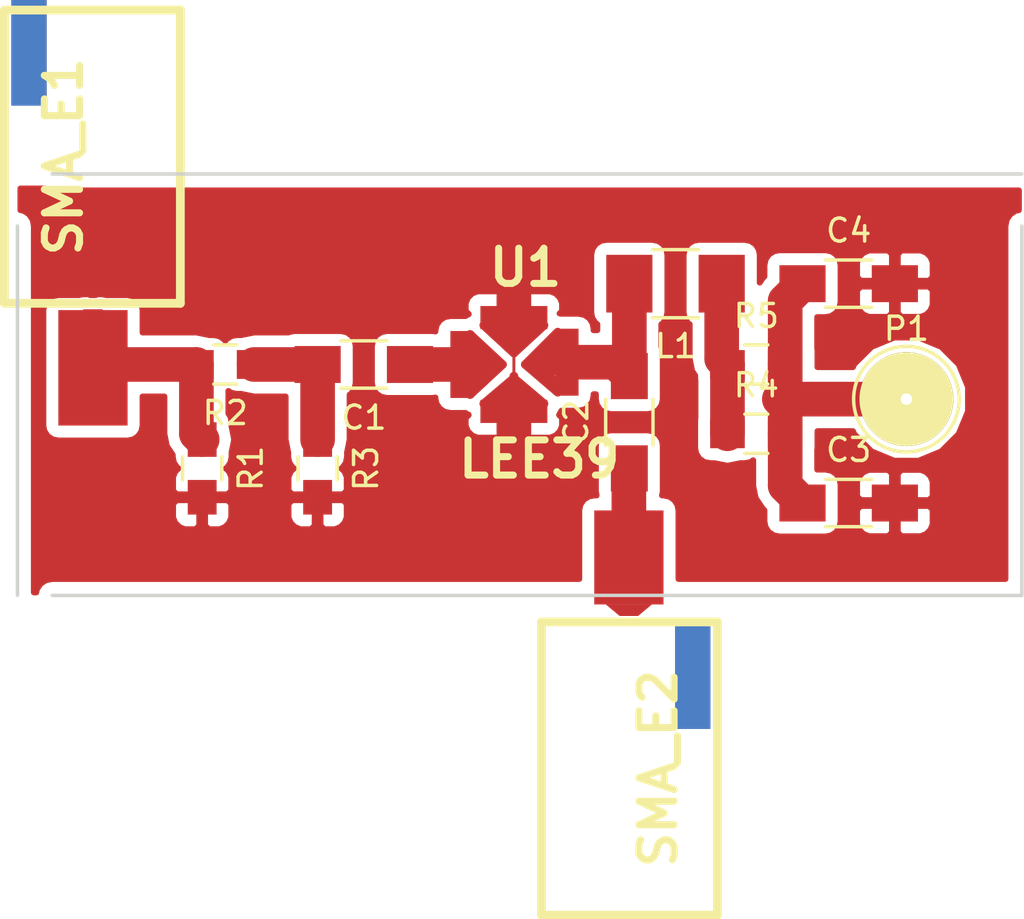
<source format=kicad_pcb>
(kicad_pcb (version 4) (host pcbnew 4.0.0-rc1-stable)

  (general
    (links 25)
    (no_connects 4)
    (area 28.544099 36.014 123.108334 151.240501)
    (thickness 1.6)
    (drawings 8)
    (tracks 30)
    (zones 0)
    (modules 14)
    (nets 9)
  )

  (page A4)
  (layers
    (0 F.Cu signal)
    (31 B.Cu signal)
    (32 B.Adhes user)
    (33 F.Adhes user)
    (34 B.Paste user)
    (35 F.Paste user)
    (36 B.SilkS user)
    (37 F.SilkS user)
    (38 B.Mask user)
    (39 F.Mask user)
    (40 Dwgs.User user)
    (41 Cmts.User user)
    (42 Eco1.User user)
    (43 Eco2.User user)
    (44 Edge.Cuts user)
    (45 Margin user)
    (46 B.CrtYd user)
    (47 F.CrtYd user)
    (48 B.Fab user)
    (49 F.Fab user)
  )

  (setup
    (last_trace_width 0.25)
    (user_trace_width 0.5)
    (user_trace_width 1)
    (user_trace_width 1.5)
    (user_trace_width 2)
    (user_trace_width 2.5)
    (trace_clearance 0.2)
    (zone_clearance 0.508)
    (zone_45_only no)
    (trace_min 0.2)
    (segment_width 0.2)
    (edge_width 0.15)
    (via_size 0.6)
    (via_drill 0.4)
    (via_min_size 0.4)
    (via_min_drill 0.3)
    (uvia_size 0.3)
    (uvia_drill 0.1)
    (uvias_allowed no)
    (uvia_min_size 0.2)
    (uvia_min_drill 0.1)
    (pcb_text_width 0.3)
    (pcb_text_size 1.5 1.5)
    (mod_edge_width 0.15)
    (mod_text_size 1 1)
    (mod_text_width 0.15)
    (pad_size 4.07162 3)
    (pad_drill 0)
    (pad_to_mask_clearance 0.2)
    (aux_axis_origin 0 0)
    (visible_elements 7FFFFFFF)
    (pcbplotparams
      (layerselection 0x00030_80000001)
      (usegerberextensions false)
      (excludeedgelayer true)
      (linewidth 0.100000)
      (plotframeref false)
      (viasonmask false)
      (mode 1)
      (useauxorigin false)
      (hpglpennumber 1)
      (hpglpenspeed 20)
      (hpglpendiameter 15)
      (hpglpenoverlay 2)
      (psnegative false)
      (psa4output false)
      (plotreference true)
      (plotvalue true)
      (plotinvisibletext false)
      (padsonsilk false)
      (subtractmaskfromsilk false)
      (outputformat 1)
      (mirror false)
      (drillshape 1)
      (scaleselection 1)
      (outputdirectory ""))
  )

  (net 0 "")
  (net 1 "Net-(C1-Pad1)")
  (net 2 "Net-(C1-Pad2)")
  (net 3 "Net-(C2-Pad1)")
  (net 4 "Net-(C2-Pad2)")
  (net 5 "Net-(L1-Pad1)")
  (net 6 "Net-(R1-Pad1)")
  (net 7 GND)
  (net 8 +12V)

  (net_class Default "Ceci est la Netclass par défaut"
    (clearance 0.2)
    (trace_width 0.25)
    (via_dia 0.6)
    (via_drill 0.4)
    (uvia_dia 0.3)
    (uvia_drill 0.1)
    (add_net +12V)
    (add_net GND)
    (add_net "Net-(C1-Pad1)")
    (add_net "Net-(C1-Pad2)")
    (add_net "Net-(C2-Pad1)")
    (add_net "Net-(C2-Pad2)")
    (add_net "Net-(L1-Pad1)")
    (add_net "Net-(R1-Pad1)")
  )

  (module "MMIC Amp:SMA_EDGE" (layer F.Cu) (tedit 56D81217) (tstamp 56D80876)
    (at 162.25 114.5 270)
    (path /56D7F10F)
    (fp_text reference SMA_E2 (at 0 0 270) (layer F.SilkS)
      (effects (font (thickness 0.3048)))
    )
    (fp_text value SMA_EDGE (at 0 2.54 270) (layer F.SilkS) hide
      (effects (font (thickness 0.3048)))
    )
    (fp_line (start -6.35 -2.5654) (end -6.35 5.0546) (layer F.SilkS) (width 0.381))
    (fp_line (start -6.35 5.0546) (end 6.35 5.0546) (layer F.SilkS) (width 0.381))
    (fp_line (start 6.35 5.0546) (end 6.35 -2.5654) (layer F.SilkS) (width 0.381))
    (fp_line (start 6.35 -2.5654) (end -6.35 -2.5654) (layer F.SilkS) (width 0.381))
    (pad 1 connect rect (at -4 -1.5 270) (size 4.572 1.524) (layers *.Cu F.Mask)
      (net 7 GND))
    (pad 1 connect trapezoid (at -6.858 1.27 270) (size 0.50038 1.39954) (rect_delta 0.59944 0 ) (layers F.Cu F.Mask)
      (net 7 GND))
    (pad 2 connect rect (at -4 -1.5 270) (size 4.572 1.524) (layers *.Cu F.Mask)
      (net 7 GND))
    (pad 3 connect rect (at -9.144 1.27 270) (size 4.07162 3) (layers F.Cu F.Mask)
      (net 3 "Net-(C2-Pad1)"))
    (model SMA_EDGE.wrl
      (at (xyz -0.205 -0.05 -0.12))
      (scale (xyz 1.3 1.3 1.3))
      (rotate (xyz 270 0 180))
    )
  )

  (module Capacitors_SMD:C_1206_HandSoldering (layer F.Cu) (tedit 541A9C03) (tstamp 56D8080A)
    (at 149.5 97 180)
    (descr "Capacitor SMD 1206, hand soldering")
    (tags "capacitor 1206")
    (path /56D7F728)
    (attr smd)
    (fp_text reference C1 (at 0 -2.3 180) (layer F.SilkS)
      (effects (font (size 1 1) (thickness 0.15)))
    )
    (fp_text value 100n (at 0 2.3 180) (layer F.Fab)
      (effects (font (size 1 1) (thickness 0.15)))
    )
    (fp_line (start -3.3 -1.15) (end 3.3 -1.15) (layer F.CrtYd) (width 0.05))
    (fp_line (start -3.3 1.15) (end 3.3 1.15) (layer F.CrtYd) (width 0.05))
    (fp_line (start -3.3 -1.15) (end -3.3 1.15) (layer F.CrtYd) (width 0.05))
    (fp_line (start 3.3 -1.15) (end 3.3 1.15) (layer F.CrtYd) (width 0.05))
    (fp_line (start 1 -1.025) (end -1 -1.025) (layer F.SilkS) (width 0.15))
    (fp_line (start -1 1.025) (end 1 1.025) (layer F.SilkS) (width 0.15))
    (pad 1 smd rect (at -2 0 180) (size 2 1.6) (layers F.Cu F.Paste F.Mask)
      (net 1 "Net-(C1-Pad1)"))
    (pad 2 smd rect (at 2 0 180) (size 2 1.6) (layers F.Cu F.Paste F.Mask)
      (net 2 "Net-(C1-Pad2)"))
    (model Capacitors_SMD.3dshapes/C_1206_HandSoldering.wrl
      (at (xyz 0 0 0))
      (scale (xyz 1 1 1))
      (rotate (xyz 0 0 0))
    )
  )

  (module Capacitors_SMD:C_1206_HandSoldering (layer F.Cu) (tedit 541A9C03) (tstamp 56D80816)
    (at 161 99.5 90)
    (descr "Capacitor SMD 1206, hand soldering")
    (tags "capacitor 1206")
    (path /56D7FA49)
    (attr smd)
    (fp_text reference C2 (at 0 -2.3 90) (layer F.SilkS)
      (effects (font (size 1 1) (thickness 0.15)))
    )
    (fp_text value 100n (at 0 2.3 90) (layer F.Fab)
      (effects (font (size 1 1) (thickness 0.15)))
    )
    (fp_line (start -3.3 -1.15) (end 3.3 -1.15) (layer F.CrtYd) (width 0.05))
    (fp_line (start -3.3 1.15) (end 3.3 1.15) (layer F.CrtYd) (width 0.05))
    (fp_line (start -3.3 -1.15) (end -3.3 1.15) (layer F.CrtYd) (width 0.05))
    (fp_line (start 3.3 -1.15) (end 3.3 1.15) (layer F.CrtYd) (width 0.05))
    (fp_line (start 1 -1.025) (end -1 -1.025) (layer F.SilkS) (width 0.15))
    (fp_line (start -1 1.025) (end 1 1.025) (layer F.SilkS) (width 0.15))
    (pad 1 smd rect (at -2 0 90) (size 2 1.6) (layers F.Cu F.Paste F.Mask)
      (net 3 "Net-(C2-Pad1)"))
    (pad 2 smd rect (at 2 0 90) (size 2 1.6) (layers F.Cu F.Paste F.Mask)
      (net 4 "Net-(C2-Pad2)"))
    (model Capacitors_SMD.3dshapes/C_1206_HandSoldering.wrl
      (at (xyz 0 0 0))
      (scale (xyz 1 1 1))
      (rotate (xyz 0 0 0))
    )
  )

  (module Capacitors_SMD:C_1210_HandSoldering (layer F.Cu) (tedit 541A9C39) (tstamp 56D80822)
    (at 163 93.5 180)
    (descr "Capacitor SMD 1210, hand soldering")
    (tags "capacitor 1210")
    (path /56D7FEDF)
    (attr smd)
    (fp_text reference L1 (at 0 -2.7 180) (layer F.SilkS)
      (effects (font (size 1 1) (thickness 0.15)))
    )
    (fp_text value INDUCTOR (at 0 2.7 180) (layer F.Fab)
      (effects (font (size 1 1) (thickness 0.15)))
    )
    (fp_line (start -3.3 -1.6) (end 3.3 -1.6) (layer F.CrtYd) (width 0.05))
    (fp_line (start -3.3 1.6) (end 3.3 1.6) (layer F.CrtYd) (width 0.05))
    (fp_line (start -3.3 -1.6) (end -3.3 1.6) (layer F.CrtYd) (width 0.05))
    (fp_line (start 3.3 -1.6) (end 3.3 1.6) (layer F.CrtYd) (width 0.05))
    (fp_line (start 1 -1.475) (end -1 -1.475) (layer F.SilkS) (width 0.15))
    (fp_line (start -1 1.475) (end 1 1.475) (layer F.SilkS) (width 0.15))
    (pad 1 smd rect (at -2 0 180) (size 2 2.5) (layers F.Cu F.Paste F.Mask)
      (net 5 "Net-(L1-Pad1)"))
    (pad 2 smd rect (at 2 0 180) (size 2 2.5) (layers F.Cu F.Paste F.Mask)
      (net 4 "Net-(C2-Pad2)"))
    (model Capacitors_SMD.3dshapes/C_1210_HandSoldering.wrl
      (at (xyz 0 0 0))
      (scale (xyz 1 1 1))
      (rotate (xyz 0 0 0))
    )
  )

  (module Capacitors_SMD:C_0805_HandSoldering (layer F.Cu) (tedit 541A9B8D) (tstamp 56D8082E)
    (at 142.5 101.5 270)
    (descr "Capacitor SMD 0805, hand soldering")
    (tags "capacitor 0805")
    (path /56D7E7EB)
    (attr smd)
    (fp_text reference R1 (at 0 -2.1 270) (layer F.SilkS)
      (effects (font (size 1 1) (thickness 0.15)))
    )
    (fp_text value 294 (at 0 2.1 270) (layer F.Fab)
      (effects (font (size 1 1) (thickness 0.15)))
    )
    (fp_line (start -2.3 -1) (end 2.3 -1) (layer F.CrtYd) (width 0.05))
    (fp_line (start -2.3 1) (end 2.3 1) (layer F.CrtYd) (width 0.05))
    (fp_line (start -2.3 -1) (end -2.3 1) (layer F.CrtYd) (width 0.05))
    (fp_line (start 2.3 -1) (end 2.3 1) (layer F.CrtYd) (width 0.05))
    (fp_line (start 0.5 -0.85) (end -0.5 -0.85) (layer F.SilkS) (width 0.15))
    (fp_line (start -0.5 0.85) (end 0.5 0.85) (layer F.SilkS) (width 0.15))
    (pad 1 smd rect (at -1.25 0 270) (size 1.5 1.25) (layers F.Cu F.Paste F.Mask)
      (net 6 "Net-(R1-Pad1)"))
    (pad 2 smd rect (at 1.25 0 270) (size 1.5 1.25) (layers F.Cu F.Paste F.Mask)
      (net 7 GND))
    (model Capacitors_SMD.3dshapes/C_0805_HandSoldering.wrl
      (at (xyz 0 0 0))
      (scale (xyz 1 1 1))
      (rotate (xyz 0 0 0))
    )
  )

  (module Capacitors_SMD:C_0805_HandSoldering (layer F.Cu) (tedit 541A9B8D) (tstamp 56D8083A)
    (at 143.5 97 180)
    (descr "Capacitor SMD 0805, hand soldering")
    (tags "capacitor 0805")
    (path /56D7E865)
    (attr smd)
    (fp_text reference R2 (at 0 -2.1 180) (layer F.SilkS)
      (effects (font (size 1 1) (thickness 0.15)))
    )
    (fp_text value 17,8 (at 0 2.1 180) (layer F.Fab)
      (effects (font (size 1 1) (thickness 0.15)))
    )
    (fp_line (start -2.3 -1) (end 2.3 -1) (layer F.CrtYd) (width 0.05))
    (fp_line (start -2.3 1) (end 2.3 1) (layer F.CrtYd) (width 0.05))
    (fp_line (start -2.3 -1) (end -2.3 1) (layer F.CrtYd) (width 0.05))
    (fp_line (start 2.3 -1) (end 2.3 1) (layer F.CrtYd) (width 0.05))
    (fp_line (start 0.5 -0.85) (end -0.5 -0.85) (layer F.SilkS) (width 0.15))
    (fp_line (start -0.5 0.85) (end 0.5 0.85) (layer F.SilkS) (width 0.15))
    (pad 1 smd rect (at -1.25 0 180) (size 1.5 1.25) (layers F.Cu F.Paste F.Mask)
      (net 2 "Net-(C1-Pad2)"))
    (pad 2 smd rect (at 1.25 0 180) (size 1.5 1.25) (layers F.Cu F.Paste F.Mask)
      (net 6 "Net-(R1-Pad1)"))
    (model Capacitors_SMD.3dshapes/C_0805_HandSoldering.wrl
      (at (xyz 0 0 0))
      (scale (xyz 1 1 1))
      (rotate (xyz 0 0 0))
    )
  )

  (module Capacitors_SMD:C_0805_HandSoldering (layer F.Cu) (tedit 541A9B8D) (tstamp 56D80846)
    (at 147.5 101.5 270)
    (descr "Capacitor SMD 0805, hand soldering")
    (tags "capacitor 0805")
    (path /56D7E896)
    (attr smd)
    (fp_text reference R3 (at 0 -2.1 270) (layer F.SilkS)
      (effects (font (size 1 1) (thickness 0.15)))
    )
    (fp_text value 294 (at 0 2.1 270) (layer F.Fab)
      (effects (font (size 1 1) (thickness 0.15)))
    )
    (fp_line (start -2.3 -1) (end 2.3 -1) (layer F.CrtYd) (width 0.05))
    (fp_line (start -2.3 1) (end 2.3 1) (layer F.CrtYd) (width 0.05))
    (fp_line (start -2.3 -1) (end -2.3 1) (layer F.CrtYd) (width 0.05))
    (fp_line (start 2.3 -1) (end 2.3 1) (layer F.CrtYd) (width 0.05))
    (fp_line (start 0.5 -0.85) (end -0.5 -0.85) (layer F.SilkS) (width 0.15))
    (fp_line (start -0.5 0.85) (end 0.5 0.85) (layer F.SilkS) (width 0.15))
    (pad 1 smd rect (at -1.25 0 270) (size 1.5 1.25) (layers F.Cu F.Paste F.Mask)
      (net 2 "Net-(C1-Pad2)"))
    (pad 2 smd rect (at 1.25 0 270) (size 1.5 1.25) (layers F.Cu F.Paste F.Mask)
      (net 7 GND))
    (model Capacitors_SMD.3dshapes/C_0805_HandSoldering.wrl
      (at (xyz 0 0 0))
      (scale (xyz 1 1 1))
      (rotate (xyz 0 0 0))
    )
  )

  (module Capacitors_SMD:C_0805_HandSoldering (layer F.Cu) (tedit 541A9B8D) (tstamp 56D80852)
    (at 166.5 100)
    (descr "Capacitor SMD 0805, hand soldering")
    (tags "capacitor 0805")
    (path /56D80283)
    (attr smd)
    (fp_text reference R4 (at 0 -2.1) (layer F.SilkS)
      (effects (font (size 1 1) (thickness 0.15)))
    )
    (fp_text value 150 (at 0 2.1) (layer F.Fab)
      (effects (font (size 1 1) (thickness 0.15)))
    )
    (fp_line (start -2.3 -1) (end 2.3 -1) (layer F.CrtYd) (width 0.05))
    (fp_line (start -2.3 1) (end 2.3 1) (layer F.CrtYd) (width 0.05))
    (fp_line (start -2.3 -1) (end -2.3 1) (layer F.CrtYd) (width 0.05))
    (fp_line (start 2.3 -1) (end 2.3 1) (layer F.CrtYd) (width 0.05))
    (fp_line (start 0.5 -0.85) (end -0.5 -0.85) (layer F.SilkS) (width 0.15))
    (fp_line (start -0.5 0.85) (end 0.5 0.85) (layer F.SilkS) (width 0.15))
    (pad 1 smd rect (at -1.25 0) (size 1.5 1.25) (layers F.Cu F.Paste F.Mask)
      (net 5 "Net-(L1-Pad1)"))
    (pad 2 smd rect (at 1.25 0) (size 1.5 1.25) (layers F.Cu F.Paste F.Mask)
      (net 8 +12V))
    (model Capacitors_SMD.3dshapes/C_0805_HandSoldering.wrl
      (at (xyz 0 0 0))
      (scale (xyz 1 1 1))
      (rotate (xyz 0 0 0))
    )
  )

  (module Capacitors_SMD:C_0805_HandSoldering (layer F.Cu) (tedit 541A9B8D) (tstamp 56D8085E)
    (at 166.5 97)
    (descr "Capacitor SMD 0805, hand soldering")
    (tags "capacitor 0805")
    (path /56D80242)
    (attr smd)
    (fp_text reference R5 (at 0 -2.1) (layer F.SilkS)
      (effects (font (size 1 1) (thickness 0.15)))
    )
    (fp_text value 150 (at 0 2.1) (layer F.Fab)
      (effects (font (size 1 1) (thickness 0.15)))
    )
    (fp_line (start -2.3 -1) (end 2.3 -1) (layer F.CrtYd) (width 0.05))
    (fp_line (start -2.3 1) (end 2.3 1) (layer F.CrtYd) (width 0.05))
    (fp_line (start -2.3 -1) (end -2.3 1) (layer F.CrtYd) (width 0.05))
    (fp_line (start 2.3 -1) (end 2.3 1) (layer F.CrtYd) (width 0.05))
    (fp_line (start 0.5 -0.85) (end -0.5 -0.85) (layer F.SilkS) (width 0.15))
    (fp_line (start -0.5 0.85) (end 0.5 0.85) (layer F.SilkS) (width 0.15))
    (pad 1 smd rect (at -1.25 0) (size 1.5 1.25) (layers F.Cu F.Paste F.Mask)
      (net 5 "Net-(L1-Pad1)"))
    (pad 2 smd rect (at 1.25 0) (size 1.5 1.25) (layers F.Cu F.Paste F.Mask)
      (net 8 +12V))
    (model Capacitors_SMD.3dshapes/C_0805_HandSoldering.wrl
      (at (xyz 0 0 0))
      (scale (xyz 1 1 1))
      (rotate (xyz 0 0 0))
    )
  )

  (module "MMIC Amp:SMA_EDGE" (layer F.Cu) (tedit 56D8115A) (tstamp 56D8086A)
    (at 136.5 88 90)
    (path /56D7F35A)
    (fp_text reference SMA_E1 (at 0 0 90) (layer F.SilkS)
      (effects (font (thickness 0.3048)))
    )
    (fp_text value SMA_EDGE (at 0 2.54 90) (layer F.SilkS) hide
      (effects (font (thickness 0.3048)))
    )
    (fp_line (start -6.35 -2.5654) (end -6.35 5.0546) (layer F.SilkS) (width 0.381))
    (fp_line (start -6.35 5.0546) (end 6.35 5.0546) (layer F.SilkS) (width 0.381))
    (fp_line (start 6.35 5.0546) (end 6.35 -2.5654) (layer F.SilkS) (width 0.381))
    (fp_line (start 6.35 -2.5654) (end -6.35 -2.5654) (layer F.SilkS) (width 0.381))
    (pad 1 connect rect (at 4.5 -1.5 90) (size 4.572 1.524) (layers *.Cu F.Mask)
      (net 7 GND))
    (pad 1 connect trapezoid (at -6.858 1.27 90) (size 0.50038 1.39954) (rect_delta 0.59944 0 ) (layers F.Cu F.Mask)
      (net 7 GND))
    (pad 2 connect rect (at 4.5 -1.5 90) (size 4.572 1.524) (layers *.Cu F.Mask)
      (net 7 GND))
    (pad 3 connect rect (at -9.144 1.27 90) (size 5 3) (layers F.Cu F.Mask)
      (net 6 "Net-(R1-Pad1)"))
    (model SMA_EDGE.wrl
      (at (xyz -0.205 -0.05 -0.12))
      (scale (xyz 1.3 1.3 1.3))
      (rotate (xyz 270 0 180))
    )
  )

  (module "MMIC Amp:MMIC" (layer F.Cu) (tedit 504CAC95) (tstamp 56D8089A)
    (at 156 97)
    (path /56D7EBA1)
    (fp_text reference U1 (at 0.50038 -4.20116) (layer F.SilkS)
      (effects (font (thickness 0.3048)))
    )
    (fp_text value LEE39 (at 1.09982 4.09956) (layer F.SilkS)
      (effects (font (thickness 0.3048)))
    )
    (fp_line (start -0.89916 -1.6002) (end 0 -0.70104) (layer F.Cu) (width 0.127))
    (fp_line (start 0 -0.70104) (end 0.70104 -1.39954) (layer F.Cu) (width 0.127))
    (fp_line (start 0 -0.50038) (end 1.30048 -1.69926) (layer F.Cu) (width 0.381))
    (fp_line (start 0 -0.50038) (end -1.30048 -1.69926) (layer F.Cu) (width 0.381))
    (fp_line (start -1.19888 -0.50038) (end -1.19888 0.50038) (layer F.Cu) (width 0.508))
    (fp_line (start -1.6002 -1.00076) (end -1.6002 0.89916) (layer F.Cu) (width 0.381))
    (fp_line (start -0.89916 1.50114) (end 0.8001 1.50114) (layer F.Cu) (width 0.381))
    (fp_line (start 0 0.59944) (end 1.30048 1.69926) (layer F.Cu) (width 0.381))
    (fp_line (start 0 0.59944) (end -1.30048 1.69926) (layer F.Cu) (width 0.381))
    (fp_line (start -0.50038 0) (end -1.89992 1.30048) (layer F.Cu) (width 0.381))
    (fp_line (start -0.50038 0) (end -1.89992 -1.30048) (layer F.Cu) (width 0.381))
    (fp_line (start -0.50038 0) (end -2.10058 0) (layer F.Cu) (width 0.381))
    (fp_line (start 1.6002 0.59944) (end 1.6002 -0.59944) (layer F.Cu) (width 0.381))
    (fp_line (start 0.50038 0) (end 1.89992 1.19888) (layer F.Cu) (width 0.381))
    (fp_line (start 0.50038 0) (end 1.89992 -1.39954) (layer F.Cu) (width 0.381))
    (fp_line (start 0 -0.50038) (end 0 0.50038) (layer F.Cu) (width 0.127))
    (fp_line (start -1.016 -1.524) (end 1.016 -1.524) (layer F.Cu) (width 0.381))
    (fp_line (start 0 -1.016) (end -1.016 -2.032) (layer F.Cu) (width 0.381))
    (fp_line (start 0 -1.016) (end 1.016 -2.032) (layer F.Cu) (width 0.381))
    (fp_line (start 0 -0.508) (end 0 -2.032) (layer F.Cu) (width 0.381))
    (fp_line (start 0 1.016) (end -1.016 2.032) (layer F.Cu) (width 0.381))
    (fp_line (start 0 1.016) (end 1.016 2.032) (layer F.Cu) (width 0.381))
    (fp_line (start 0 0.508) (end 0 2.032) (layer F.Cu) (width 0.381))
    (fp_line (start 1.016 0) (end 0.508 0) (layer F.Cu) (width 0.381))
    (fp_line (start -2.032 1.016) (end -2.032 -1.016) (layer F.Cu) (width 0.381))
    (fp_line (start 1.016 0) (end 2.032 1.016) (layer F.Cu) (width 0.381))
    (fp_line (start 1.016 0) (end 2.032 -1.016) (layer F.Cu) (width 0.381))
    (fp_line (start 1.016 0) (end 2.032 0) (layer F.Cu) (width 0.381))
    (pad 1 smd rect (at -2.25044 0) (size 1.00076 2.90068) (layers F.Cu F.Paste F.Mask)
      (net 1 "Net-(C1-Pad1)"))
    (pad 3 smd rect (at 2.30124 -0.09906) (size 1.00076 2.90068) (layers F.Cu F.Paste F.Mask)
      (net 4 "Net-(C2-Pad2)"))
    (pad 4 smd rect (at 0 -2.032) (size 2.90068 1.00076) (layers F.Cu F.Paste F.Mask)
      (net 7 GND))
    (pad 2 smd rect (at 0 2.032) (size 2.90068 1.00076) (layers F.Cu F.Paste F.Mask)
      (net 7 GND))
  )

  (module Capacitors_SMD:C_1206_HandSoldering (layer F.Cu) (tedit 541A9C03) (tstamp 56D81294)
    (at 170.5 103)
    (descr "Capacitor SMD 1206, hand soldering")
    (tags "capacitor 1206")
    (path /56D806AE)
    (attr smd)
    (fp_text reference C3 (at 0 -2.3) (layer F.SilkS)
      (effects (font (size 1 1) (thickness 0.15)))
    )
    (fp_text value 100n (at 0 2.3) (layer F.Fab)
      (effects (font (size 1 1) (thickness 0.15)))
    )
    (fp_line (start -3.3 -1.15) (end 3.3 -1.15) (layer F.CrtYd) (width 0.05))
    (fp_line (start -3.3 1.15) (end 3.3 1.15) (layer F.CrtYd) (width 0.05))
    (fp_line (start -3.3 -1.15) (end -3.3 1.15) (layer F.CrtYd) (width 0.05))
    (fp_line (start 3.3 -1.15) (end 3.3 1.15) (layer F.CrtYd) (width 0.05))
    (fp_line (start 1 -1.025) (end -1 -1.025) (layer F.SilkS) (width 0.15))
    (fp_line (start -1 1.025) (end 1 1.025) (layer F.SilkS) (width 0.15))
    (pad 1 smd rect (at -2 0) (size 2 1.6) (layers F.Cu F.Paste F.Mask)
      (net 8 +12V))
    (pad 2 smd rect (at 2 0) (size 2 1.6) (layers F.Cu F.Paste F.Mask)
      (net 7 GND))
    (model Capacitors_SMD.3dshapes/C_1206_HandSoldering.wrl
      (at (xyz 0 0 0))
      (scale (xyz 1 1 1))
      (rotate (xyz 0 0 0))
    )
  )

  (module Capacitors_SMD:C_1206_HandSoldering (layer F.Cu) (tedit 541A9C03) (tstamp 56D812A0)
    (at 170.5 93.5)
    (descr "Capacitor SMD 1206, hand soldering")
    (tags "capacitor 1206")
    (path /56D806E3)
    (attr smd)
    (fp_text reference C4 (at 0 -2.3) (layer F.SilkS)
      (effects (font (size 1 1) (thickness 0.15)))
    )
    (fp_text value 1n (at 0 2.3) (layer F.Fab)
      (effects (font (size 1 1) (thickness 0.15)))
    )
    (fp_line (start -3.3 -1.15) (end 3.3 -1.15) (layer F.CrtYd) (width 0.05))
    (fp_line (start -3.3 1.15) (end 3.3 1.15) (layer F.CrtYd) (width 0.05))
    (fp_line (start -3.3 -1.15) (end -3.3 1.15) (layer F.CrtYd) (width 0.05))
    (fp_line (start 3.3 -1.15) (end 3.3 1.15) (layer F.CrtYd) (width 0.05))
    (fp_line (start 1 -1.025) (end -1 -1.025) (layer F.SilkS) (width 0.15))
    (fp_line (start -1 1.025) (end 1 1.025) (layer F.SilkS) (width 0.15))
    (pad 1 smd rect (at -2 0) (size 2 1.6) (layers F.Cu F.Paste F.Mask)
      (net 8 +12V))
    (pad 2 smd rect (at 2 0) (size 2 1.6) (layers F.Cu F.Paste F.Mask)
      (net 7 GND))
    (model Capacitors_SMD.3dshapes/C_1206_HandSoldering.wrl
      (at (xyz 0 0 0))
      (scale (xyz 1 1 1))
      (rotate (xyz 0 0 0))
    )
  )

  (module Connect:1pin (layer F.Cu) (tedit 56D809E8) (tstamp 56D81D9A)
    (at 173 98.5)
    (descr "module 1 pin (ou trou mecanique de percage)")
    (tags DEV)
    (path /56D809F1)
    (fp_text reference P1 (at 0 -3.048) (layer F.SilkS)
      (effects (font (size 1 1) (thickness 0.15)))
    )
    (fp_text value CONN_01X01 (at 0 2.794) (layer F.Fab)
      (effects (font (size 1 1) (thickness 0.15)))
    )
    (fp_circle (center 0 0) (end 0 -2.286) (layer F.SilkS) (width 0.15))
    (pad 1 thru_hole circle (at 0 0) (size 4.064 4.064) (drill 0.5) (layers *.Cu *.Mask F.SilkS)
      (net 8 +12V))
  )

  (gr_line (start 134.5 88.75) (end 136 88.75) (angle 90) (layer F.Fab) (width 0.2))
  (gr_line (start 134.5 91.25) (end 134.5 88.75) (angle 90) (layer F.Fab) (width 0.2))
  (gr_line (start 136 107) (end 134.5 107) (angle 90) (layer F.Fab) (width 0.2))
  (gr_line (start 178 91) (end 178 88.75) (angle 90) (layer F.Fab) (width 0.2))
  (gr_line (start 178 107) (end 136 107) (angle 90) (layer Edge.Cuts) (width 0.15))
  (gr_line (start 178 91) (end 178 107) (angle 90) (layer Edge.Cuts) (width 0.15))
  (gr_line (start 136 88.75) (end 178 88.75) (angle 90) (layer Edge.Cuts) (width 0.15))
  (gr_line (start 134.5 107) (end 134.5 91) (angle 90) (layer Edge.Cuts) (width 0.15))

  (segment (start 151.5 97) (end 153.74956 97) (width 1.5) (layer F.Cu) (net 1))
  (segment (start 147.5 97) (end 147.5 100.25) (width 1.5) (layer F.Cu) (net 2))
  (segment (start 147.5 97) (end 144.75 97) (width 1.5) (layer F.Cu) (net 2))
  (segment (start 160.98 105.356) (end 160.98 101.52) (width 1.5) (layer F.Cu) (net 3))
  (segment (start 160.98 101.52) (end 161 101.5) (width 1.5) (layer F.Cu) (net 3) (tstamp 56D81F2A))
  (segment (start 161 105.586) (end 160.73 105.856) (width 1.5) (layer F.Cu) (net 3) (tstamp 56D81E70))
  (segment (start 161 97.5) (end 161 93.5) (width 1.5) (layer F.Cu) (net 4))
  (segment (start 158.30124 96.90094) (end 160.40094 96.90094) (width 1.5) (layer F.Cu) (net 4))
  (segment (start 160.40094 96.90094) (end 161 97.5) (width 1.5) (layer F.Cu) (net 4) (tstamp 56D81E6B))
  (segment (start 165.25 97) (end 165.25 100) (width 1.5) (layer F.Cu) (net 5))
  (segment (start 165 93.5) (end 165 96.75) (width 1.5) (layer F.Cu) (net 5))
  (segment (start 165 96.75) (end 165.25 97) (width 1.5) (layer F.Cu) (net 5) (tstamp 56D81E73))
  (segment (start 142.25 97) (end 137.914 97) (width 1.5) (layer F.Cu) (net 6))
  (segment (start 137.914 97) (end 137.77 97.144) (width 1.5) (layer F.Cu) (net 6) (tstamp 56D81F66))
  (segment (start 137.914 97) (end 137.77 97.144) (width 1.5) (layer F.Cu) (net 6) (tstamp 56D81EF2))
  (segment (start 142.25 97) (end 142.25 100) (width 1.5) (layer F.Cu) (net 6))
  (segment (start 142.25 100) (end 142.5 100.25) (width 1.5) (layer F.Cu) (net 6) (tstamp 56D81ECC))
  (segment (start 156 99.032) (end 156 102.25) (width 1.5) (layer F.Cu) (net 7))
  (segment (start 156 102.25) (end 154.75 103.5) (width 1.5) (layer F.Cu) (net 7) (tstamp 56D81F70))
  (segment (start 156 94.968) (end 156 92.75) (width 1.5) (layer F.Cu) (net 7))
  (segment (start 156 92.75) (end 154.75 91.5) (width 1.5) (layer F.Cu) (net 7) (tstamp 56D81F6A))
  (segment (start 173 98.5) (end 167.75 98.5) (width 1.5) (layer F.Cu) (net 8))
  (segment (start 167.75 98.5) (end 167.5 98.5) (width 1.5) (layer F.Cu) (net 8) (tstamp 56D81E8A))
  (segment (start 167.5 98.5) (end 167.75 98.5) (width 1.5) (layer F.Cu) (net 8) (tstamp 56D81E8C))
  (segment (start 167.75 100) (end 167.75 98.5) (width 1.5) (layer F.Cu) (net 8))
  (segment (start 167.75 98.5) (end 167.75 97) (width 1.5) (layer F.Cu) (net 8) (tstamp 56D81E8D))
  (segment (start 167.75 100) (end 167.75 102.25) (width 1.5) (layer F.Cu) (net 8))
  (segment (start 167.75 102.25) (end 168.5 103) (width 1.5) (layer F.Cu) (net 8) (tstamp 56D81E7C))
  (segment (start 167.75 97) (end 167.75 94.25) (width 1.5) (layer F.Cu) (net 8))
  (segment (start 167.75 94.25) (end 168.5 93.5) (width 1.5) (layer F.Cu) (net 8) (tstamp 56D81E79))

  (zone (net 7) (net_name GND) (layer F.Cu) (tstamp 56D81E57) (hatch edge 0.508)
    (connect_pads (clearance 0.508))
    (min_thickness 0.254)
    (fill yes (arc_segments 16) (thermal_gap 0.508) (thermal_bridge_width 0.508))
    (polygon
      (pts
        (xy 178 107) (xy 134.5 107) (xy 134.5 89.25) (xy 178 89.25) (xy 178 107)
      )
    )
    (filled_polygon
      (pts
        (xy 135.728295 89.405954) (xy 136 89.46) (xy 177.873 89.46) (xy 177.873 90.315262) (xy 177.728295 90.344046)
        (xy 177.497954 90.497954) (xy 177.344046 90.728295) (xy 177.29 91) (xy 177.29 106.29) (xy 163.12744 106.29)
        (xy 163.12744 103.32019) (xy 163.083162 103.084873) (xy 162.94409 102.868749) (xy 162.73189 102.723759) (xy 162.48 102.67275)
        (xy 162.412457 102.67275) (xy 162.44744 102.5) (xy 162.44744 100.5) (xy 162.403162 100.264683) (xy 162.26409 100.048559)
        (xy 162.05189 99.903569) (xy 161.8 99.85256) (xy 160.2 99.85256) (xy 159.964683 99.896838) (xy 159.748559 100.03591)
        (xy 159.603569 100.24811) (xy 159.55256 100.5) (xy 159.55256 102.5) (xy 159.585065 102.67275) (xy 159.48 102.67275)
        (xy 159.244683 102.717028) (xy 159.028559 102.8561) (xy 158.883569 103.0683) (xy 158.83256 103.32019) (xy 158.83256 106.29)
        (xy 136 106.29) (xy 135.728295 106.344046) (xy 135.497954 106.497954) (xy 135.344046 106.728295) (xy 135.315262 106.873)
        (xy 135.21 106.873) (xy 135.21 103.03575) (xy 141.24 103.03575) (xy 141.24 103.626309) (xy 141.336673 103.859698)
        (xy 141.515301 104.038327) (xy 141.74869 104.135) (xy 142.21425 104.135) (xy 142.373 103.97625) (xy 142.373 102.877)
        (xy 142.627 102.877) (xy 142.627 103.97625) (xy 142.78575 104.135) (xy 143.25131 104.135) (xy 143.484699 104.038327)
        (xy 143.663327 103.859698) (xy 143.76 103.626309) (xy 143.76 103.03575) (xy 146.24 103.03575) (xy 146.24 103.626309)
        (xy 146.336673 103.859698) (xy 146.515301 104.038327) (xy 146.74869 104.135) (xy 147.21425 104.135) (xy 147.373 103.97625)
        (xy 147.373 102.877) (xy 147.627 102.877) (xy 147.627 103.97625) (xy 147.78575 104.135) (xy 148.25131 104.135)
        (xy 148.484699 104.038327) (xy 148.663327 103.859698) (xy 148.76 103.626309) (xy 148.76 103.03575) (xy 148.60125 102.877)
        (xy 147.627 102.877) (xy 147.373 102.877) (xy 146.39875 102.877) (xy 146.24 103.03575) (xy 143.76 103.03575)
        (xy 143.60125 102.877) (xy 142.627 102.877) (xy 142.373 102.877) (xy 141.39875 102.877) (xy 141.24 103.03575)
        (xy 135.21 103.03575) (xy 135.21 94.644) (xy 135.62256 94.644) (xy 135.62256 99.644) (xy 135.666838 99.879317)
        (xy 135.80591 100.095441) (xy 136.01811 100.240431) (xy 136.27 100.29144) (xy 139.27 100.29144) (xy 139.505317 100.247162)
        (xy 139.721441 100.10809) (xy 139.866431 99.89589) (xy 139.91744 99.644) (xy 139.91744 98.385) (xy 140.865 98.385)
        (xy 140.865 100) (xy 140.970427 100.530017) (xy 141.2022 100.87689) (xy 141.22756 100.914844) (xy 141.22756 101)
        (xy 141.271838 101.235317) (xy 141.41091 101.451441) (xy 141.479006 101.497969) (xy 141.336673 101.640302) (xy 141.24 101.873691)
        (xy 141.24 102.46425) (xy 141.39875 102.623) (xy 142.373 102.623) (xy 142.373 102.603) (xy 142.627 102.603)
        (xy 142.627 102.623) (xy 143.60125 102.623) (xy 143.76 102.46425) (xy 143.76 101.873691) (xy 143.663327 101.640302)
        (xy 143.52209 101.499064) (xy 143.576441 101.46409) (xy 143.721431 101.25189) (xy 143.77244 101) (xy 143.77244 100.790691)
        (xy 143.779573 100.780016) (xy 143.885 100.25) (xy 143.779573 99.719984) (xy 143.77244 99.709309) (xy 143.77244 99.5)
        (xy 143.728162 99.264683) (xy 143.635 99.119905) (xy 143.635 98.144146) (xy 143.74811 98.221431) (xy 144 98.27244)
        (xy 144.209308 98.27244) (xy 144.219983 98.279573) (xy 144.75 98.385) (xy 146.115 98.385) (xy 146.115 100.25)
        (xy 146.220427 100.780017) (xy 146.22756 100.790692) (xy 146.22756 101) (xy 146.271838 101.235317) (xy 146.41091 101.451441)
        (xy 146.479006 101.497969) (xy 146.336673 101.640302) (xy 146.24 101.873691) (xy 146.24 102.46425) (xy 146.39875 102.623)
        (xy 147.373 102.623) (xy 147.373 102.603) (xy 147.627 102.603) (xy 147.627 102.623) (xy 148.60125 102.623)
        (xy 148.76 102.46425) (xy 148.76 101.873691) (xy 148.663327 101.640302) (xy 148.52209 101.499064) (xy 148.576441 101.46409)
        (xy 148.721431 101.25189) (xy 148.77244 101) (xy 148.77244 100.790692) (xy 148.779573 100.780017) (xy 148.885 100.25)
        (xy 148.885 98.306844) (xy 148.951441 98.26409) (xy 149.096431 98.05189) (xy 149.14744 97.8) (xy 149.14744 96.2)
        (xy 149.85256 96.2) (xy 149.85256 97.8) (xy 149.896838 98.035317) (xy 150.03591 98.251441) (xy 150.24811 98.396431)
        (xy 150.5 98.44744) (xy 152.5 98.44744) (xy 152.60174 98.428296) (xy 152.60174 98.45034) (xy 152.646018 98.685657)
        (xy 152.78509 98.901781) (xy 152.99729 99.046771) (xy 153.24918 99.09778) (xy 153.91466 99.09778) (xy 153.91466 99.159002)
        (xy 154.028612 99.159002) (xy 154.044575 99.187835) (xy 153.91466 99.31775) (xy 153.91466 99.65869) (xy 154.011333 99.892079)
        (xy 154.189962 100.070707) (xy 154.423351 100.16738) (xy 155.71425 100.16738) (xy 155.873 100.00863) (xy 155.873 99.832238)
        (xy 156 99.8575) (xy 156.127 99.832238) (xy 156.127 100.00863) (xy 156.28575 100.16738) (xy 157.576649 100.16738)
        (xy 157.810038 100.070707) (xy 157.988667 99.892079) (xy 158.08534 99.65869) (xy 158.08534 99.31775) (xy 157.955425 99.187835)
        (xy 158.06013 98.99872) (xy 158.80162 98.99872) (xy 159.036937 98.954442) (xy 159.253061 98.81537) (xy 159.398051 98.60317)
        (xy 159.44906 98.35128) (xy 159.44906 98.28594) (xy 159.55256 98.28594) (xy 159.55256 98.5) (xy 159.596838 98.735317)
        (xy 159.73591 98.951441) (xy 159.94811 99.096431) (xy 160.2 99.14744) (xy 161.8 99.14744) (xy 162.035317 99.103162)
        (xy 162.251441 98.96409) (xy 162.396431 98.75189) (xy 162.44744 98.5) (xy 162.44744 96.5) (xy 162.403162 96.264683)
        (xy 162.385 96.236458) (xy 162.385 95.256844) (xy 162.451441 95.21409) (xy 162.596431 95.00189) (xy 162.64744 94.75)
        (xy 162.64744 92.25) (xy 163.35256 92.25) (xy 163.35256 94.75) (xy 163.396838 94.985317) (xy 163.53591 95.201441)
        (xy 163.615 95.255481) (xy 163.615 96.75) (xy 163.720427 97.280017) (xy 163.85256 97.477768) (xy 163.85256 97.625)
        (xy 163.865 97.691113) (xy 163.865 99.313569) (xy 163.85256 99.375) (xy 163.85256 100.625) (xy 163.896838 100.860317)
        (xy 164.03591 101.076441) (xy 164.24811 101.221431) (xy 164.5 101.27244) (xy 164.709308 101.27244) (xy 164.719983 101.279573)
        (xy 165.25 101.385) (xy 165.780017 101.279573) (xy 165.790692 101.27244) (xy 166 101.27244) (xy 166.235317 101.228162)
        (xy 166.365 101.144713) (xy 166.365 102.25) (xy 166.470427 102.780017) (xy 166.663052 103.0683) (xy 166.770657 103.229343)
        (xy 166.85256 103.311246) (xy 166.85256 103.8) (xy 166.896838 104.035317) (xy 167.03591 104.251441) (xy 167.24811 104.396431)
        (xy 167.5 104.44744) (xy 169.5 104.44744) (xy 169.735317 104.403162) (xy 169.951441 104.26409) (xy 170.096431 104.05189)
        (xy 170.14744 103.8) (xy 170.14744 103.28575) (xy 170.865 103.28575) (xy 170.865 103.92631) (xy 170.961673 104.159699)
        (xy 171.140302 104.338327) (xy 171.373691 104.435) (xy 172.21425 104.435) (xy 172.373 104.27625) (xy 172.373 103.127)
        (xy 172.627 103.127) (xy 172.627 104.27625) (xy 172.78575 104.435) (xy 173.626309 104.435) (xy 173.859698 104.338327)
        (xy 174.038327 104.159699) (xy 174.135 103.92631) (xy 174.135 103.28575) (xy 173.97625 103.127) (xy 172.627 103.127)
        (xy 172.373 103.127) (xy 171.02375 103.127) (xy 170.865 103.28575) (xy 170.14744 103.28575) (xy 170.14744 102.2)
        (xy 170.123674 102.07369) (xy 170.865 102.07369) (xy 170.865 102.71425) (xy 171.02375 102.873) (xy 172.373 102.873)
        (xy 172.373 101.72375) (xy 172.627 101.72375) (xy 172.627 102.873) (xy 173.97625 102.873) (xy 174.135 102.71425)
        (xy 174.135 102.07369) (xy 174.038327 101.840301) (xy 173.859698 101.661673) (xy 173.626309 101.565) (xy 172.78575 101.565)
        (xy 172.627 101.72375) (xy 172.373 101.72375) (xy 172.21425 101.565) (xy 171.373691 101.565) (xy 171.140302 101.661673)
        (xy 170.961673 101.840301) (xy 170.865 102.07369) (xy 170.123674 102.07369) (xy 170.103162 101.964683) (xy 169.96409 101.748559)
        (xy 169.75189 101.603569) (xy 169.5 101.55256) (xy 169.135 101.55256) (xy 169.135 100.686431) (xy 169.14744 100.625)
        (xy 169.14744 99.885) (xy 170.686572 99.885) (xy 170.737709 100.008761) (xy 171.487293 100.759655) (xy 172.467173 101.166536)
        (xy 173.528172 101.167462) (xy 174.508761 100.762291) (xy 175.259655 100.012707) (xy 175.666536 99.032827) (xy 175.667462 97.971828)
        (xy 175.262291 96.991239) (xy 174.512707 96.240345) (xy 173.532827 95.833464) (xy 172.471828 95.832538) (xy 171.491239 96.237709)
        (xy 170.740345 96.987293) (xy 170.687317 97.115) (xy 169.14744 97.115) (xy 169.14744 96.375) (xy 169.135 96.308887)
        (xy 169.135 94.94744) (xy 169.5 94.94744) (xy 169.735317 94.903162) (xy 169.951441 94.76409) (xy 170.096431 94.55189)
        (xy 170.14744 94.3) (xy 170.14744 93.78575) (xy 170.865 93.78575) (xy 170.865 94.42631) (xy 170.961673 94.659699)
        (xy 171.140302 94.838327) (xy 171.373691 94.935) (xy 172.21425 94.935) (xy 172.373 94.77625) (xy 172.373 93.627)
        (xy 172.627 93.627) (xy 172.627 94.77625) (xy 172.78575 94.935) (xy 173.626309 94.935) (xy 173.859698 94.838327)
        (xy 174.038327 94.659699) (xy 174.135 94.42631) (xy 174.135 93.78575) (xy 173.97625 93.627) (xy 172.627 93.627)
        (xy 172.373 93.627) (xy 171.02375 93.627) (xy 170.865 93.78575) (xy 170.14744 93.78575) (xy 170.14744 92.7)
        (xy 170.123674 92.57369) (xy 170.865 92.57369) (xy 170.865 93.21425) (xy 171.02375 93.373) (xy 172.373 93.373)
        (xy 172.373 92.22375) (xy 172.627 92.22375) (xy 172.627 93.373) (xy 173.97625 93.373) (xy 174.135 93.21425)
        (xy 174.135 92.57369) (xy 174.038327 92.340301) (xy 173.859698 92.161673) (xy 173.626309 92.065) (xy 172.78575 92.065)
        (xy 172.627 92.22375) (xy 172.373 92.22375) (xy 172.21425 92.065) (xy 171.373691 92.065) (xy 171.140302 92.161673)
        (xy 170.961673 92.340301) (xy 170.865 92.57369) (xy 170.123674 92.57369) (xy 170.103162 92.464683) (xy 169.96409 92.248559)
        (xy 169.75189 92.103569) (xy 169.5 92.05256) (xy 167.5 92.05256) (xy 167.264683 92.096838) (xy 167.048559 92.23591)
        (xy 166.903569 92.44811) (xy 166.85256 92.7) (xy 166.85256 93.188754) (xy 166.770657 93.270657) (xy 166.64744 93.455064)
        (xy 166.64744 92.25) (xy 166.603162 92.014683) (xy 166.46409 91.798559) (xy 166.25189 91.653569) (xy 166 91.60256)
        (xy 164 91.60256) (xy 163.764683 91.646838) (xy 163.548559 91.78591) (xy 163.403569 91.99811) (xy 163.35256 92.25)
        (xy 162.64744 92.25) (xy 162.603162 92.014683) (xy 162.46409 91.798559) (xy 162.25189 91.653569) (xy 162 91.60256)
        (xy 160 91.60256) (xy 159.764683 91.646838) (xy 159.548559 91.78591) (xy 159.403569 91.99811) (xy 159.35256 92.25)
        (xy 159.35256 94.75) (xy 159.396838 94.985317) (xy 159.53591 95.201441) (xy 159.615 95.255481) (xy 159.615 95.51594)
        (xy 159.44906 95.51594) (xy 159.44906 95.4506) (xy 159.404782 95.215283) (xy 159.26571 94.999159) (xy 159.05351 94.854169)
        (xy 158.80162 94.80316) (xy 158.04169 94.80316) (xy 157.977248 94.790342) (xy 158.08534 94.68225) (xy 158.08534 94.34131)
        (xy 157.988667 94.107921) (xy 157.810038 93.929293) (xy 157.576649 93.83262) (xy 156.28575 93.83262) (xy 156.127 93.99137)
        (xy 156.127 94.167762) (xy 156 94.1425) (xy 155.873 94.167762) (xy 155.873 93.99137) (xy 155.71425 93.83262)
        (xy 154.423351 93.83262) (xy 154.189962 93.929293) (xy 154.011333 94.107921) (xy 153.91466 94.34131) (xy 153.91466 94.68225)
        (xy 154.047464 94.815054) (xy 154.031614 94.840998) (xy 153.91466 94.840998) (xy 153.91466 94.90222) (xy 153.24918 94.90222)
        (xy 153.013863 94.946498) (xy 152.797739 95.08557) (xy 152.652749 95.29777) (xy 152.60174 95.54966) (xy 152.60174 95.573163)
        (xy 152.5 95.55256) (xy 150.5 95.55256) (xy 150.264683 95.596838) (xy 150.048559 95.73591) (xy 149.903569 95.94811)
        (xy 149.85256 96.2) (xy 149.14744 96.2) (xy 149.103162 95.964683) (xy 148.96409 95.748559) (xy 148.75189 95.603569)
        (xy 148.5 95.55256) (xy 146.5 95.55256) (xy 146.264683 95.596838) (xy 146.236458 95.615) (xy 144.75 95.615)
        (xy 144.219983 95.720427) (xy 144.209308 95.72756) (xy 144 95.72756) (xy 143.764683 95.771838) (xy 143.548559 95.91091)
        (xy 143.500866 95.980711) (xy 143.46409 95.923559) (xy 143.25189 95.778569) (xy 143 95.72756) (xy 142.790692 95.72756)
        (xy 142.780017 95.720427) (xy 142.25 95.615) (xy 139.91744 95.615) (xy 139.91744 94.644) (xy 139.873162 94.408683)
        (xy 139.73409 94.192559) (xy 139.52189 94.047569) (xy 139.27 93.99656) (xy 138.348762 93.99656) (xy 138.17005 93.96037)
        (xy 137.897 93.96037) (xy 137.897 93.99656) (xy 137.643 93.99656) (xy 137.643 93.96037) (xy 137.36995 93.96037)
        (xy 137.181116 93.98852) (xy 137.16625 93.99656) (xy 136.27 93.99656) (xy 136.034683 94.040838) (xy 135.818559 94.17991)
        (xy 135.673569 94.39211) (xy 135.62256 94.644) (xy 135.21 94.644) (xy 135.21 91) (xy 135.155954 90.728295)
        (xy 135.002046 90.497954) (xy 134.771705 90.344046) (xy 134.627 90.315262) (xy 134.627 89.377) (xy 135.684962 89.377)
      )
    )
  )
)

</source>
